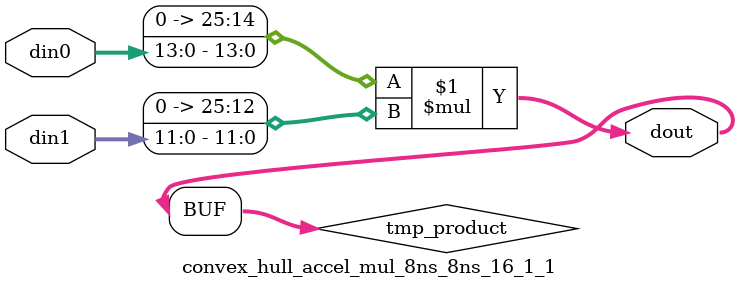
<source format=v>

`timescale 1 ns / 1 ps

  module convex_hull_accel_mul_8ns_8ns_16_1_1(din0, din1, dout);
parameter ID = 1;
parameter NUM_STAGE = 0;
parameter din0_WIDTH = 14;
parameter din1_WIDTH = 12;
parameter dout_WIDTH = 26;

input [din0_WIDTH - 1 : 0] din0; 
input [din1_WIDTH - 1 : 0] din1; 
output [dout_WIDTH - 1 : 0] dout;

wire signed [dout_WIDTH - 1 : 0] tmp_product;










assign tmp_product = $signed({1'b0, din0}) * $signed({1'b0, din1});











assign dout = tmp_product;







endmodule

</source>
